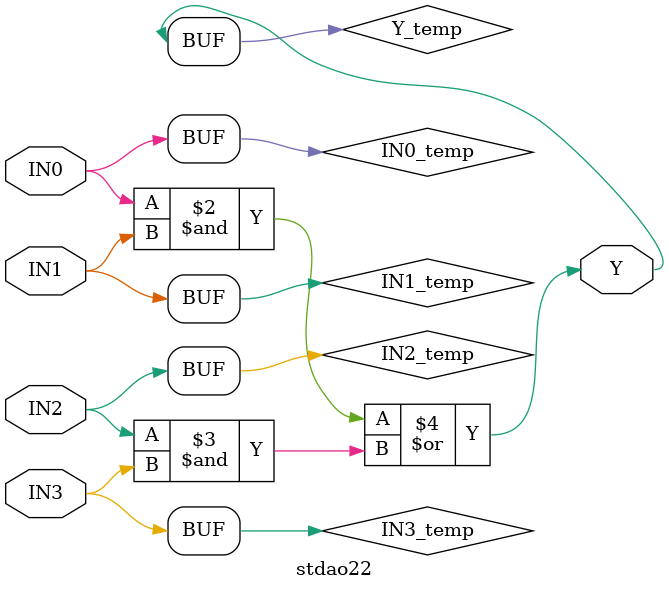
<source format=v>
module stdao22(IN0,IN1,IN2,IN3,Y);
  parameter
        d_IN0_r = 0,
        d_IN0_f = 0,
        d_IN1_r = 0,
        d_IN1_f = 0,
        d_IN2_r = 0,
        d_IN2_f = 0,
        d_IN3_r = 0,
        d_IN3_f = 0,
        d_Y_r = 1,
        d_Y_f = 1;
  input  IN0;
  input  IN1;
  input  IN2;
  input  IN3;
  output  Y;
  wire  IN0_temp;
  wire  IN1_temp;
  wire  IN2_temp;
  wire  IN3_temp;
  reg  Y_temp;
  assign #(d_IN0_r,d_IN0_f) IN0_temp = IN0;
  assign #(d_IN1_r,d_IN1_f) IN1_temp = IN1;
  assign #(d_IN2_r,d_IN2_f) IN2_temp = IN2;
  assign #(d_IN3_r,d_IN3_f) IN3_temp = IN3;
  assign #(d_Y_r,d_Y_f) Y = Y_temp;
  always
    @(IN0_temp or IN1_temp or IN2_temp or IN3_temp)
      begin
      Y_temp = ((IN0_temp & IN1_temp) | (IN2_temp & IN3_temp));
      end
endmodule

</source>
